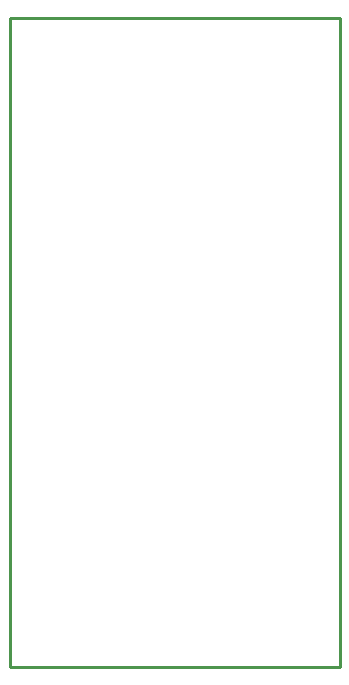
<source format=gm1>
G04*
G04 #@! TF.GenerationSoftware,Altium Limited,Altium Designer,20.1.12 (249)*
G04*
G04 Layer_Color=16711935*
%FSLAX25Y25*%
%MOIN*%
G70*
G04*
G04 #@! TF.SameCoordinates,9E92894B-ADF9-450B-81D9-0332103B8D06*
G04*
G04*
G04 #@! TF.FilePolarity,Positive*
G04*
G01*
G75*
%ADD12C,0.01000*%
D12*
X0Y216535D02*
X110000D01*
X110000Y0D01*
X0Y190000D02*
Y200500D01*
Y0D02*
Y216535D01*
Y0D02*
X110000D01*
M02*

</source>
